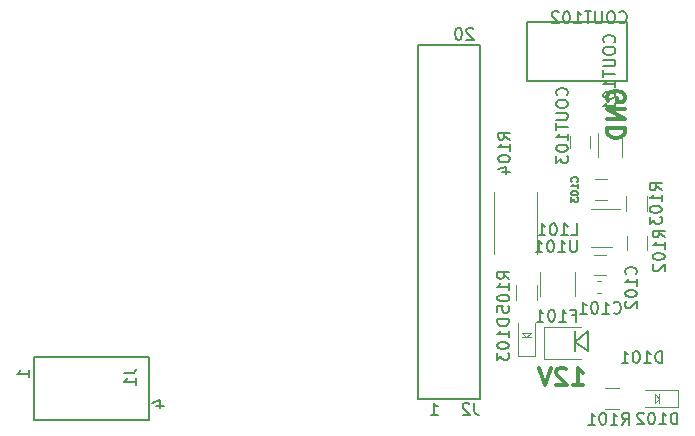
<source format=gbo>
G04 #@! TF.GenerationSoftware,KiCad,Pcbnew,(5.1.4-0-10_14)*
G04 #@! TF.CreationDate,2020-01-14T22:28:18-05:00*
G04 #@! TF.ProjectId,throttle,7468726f-7474-46c6-952e-6b696361645f,rev?*
G04 #@! TF.SameCoordinates,Original*
G04 #@! TF.FileFunction,Legend,Bot*
G04 #@! TF.FilePolarity,Positive*
%FSLAX46Y46*%
G04 Gerber Fmt 4.6, Leading zero omitted, Abs format (unit mm)*
G04 Created by KiCad (PCBNEW (5.1.4-0-10_14)) date 2020-01-14 22:28:18*
%MOMM*%
%LPD*%
G04 APERTURE LIST*
%ADD10C,0.300000*%
%ADD11C,0.150000*%
%ADD12C,0.120000*%
%ADD13C,0.200000*%
%ADD14C,0.100000*%
G04 APERTURE END LIST*
D10*
X125056200Y-68389642D02*
X124984771Y-68246785D01*
X124984771Y-68032500D01*
X125056200Y-67818214D01*
X125199057Y-67675357D01*
X125341914Y-67603928D01*
X125627628Y-67532500D01*
X125841914Y-67532500D01*
X126127628Y-67603928D01*
X126270485Y-67675357D01*
X126413342Y-67818214D01*
X126484771Y-68032500D01*
X126484771Y-68175357D01*
X126413342Y-68389642D01*
X126341914Y-68461071D01*
X125841914Y-68461071D01*
X125841914Y-68175357D01*
X126484771Y-69103928D02*
X124984771Y-69103928D01*
X126484771Y-69961071D01*
X124984771Y-69961071D01*
X126484771Y-70675357D02*
X124984771Y-70675357D01*
X124984771Y-71032500D01*
X125056200Y-71246785D01*
X125199057Y-71389642D01*
X125341914Y-71461071D01*
X125627628Y-71532500D01*
X125841914Y-71532500D01*
X126127628Y-71461071D01*
X126270485Y-71389642D01*
X126413342Y-71246785D01*
X126484771Y-71032500D01*
X126484771Y-70675357D01*
X122124671Y-92486871D02*
X122981814Y-92486871D01*
X122553242Y-92486871D02*
X122553242Y-90986871D01*
X122696100Y-91201157D01*
X122838957Y-91344014D01*
X122981814Y-91415442D01*
X121553242Y-91129728D02*
X121481814Y-91058300D01*
X121338957Y-90986871D01*
X120981814Y-90986871D01*
X120838957Y-91058300D01*
X120767528Y-91129728D01*
X120696100Y-91272585D01*
X120696100Y-91415442D01*
X120767528Y-91629728D01*
X121624671Y-92486871D01*
X120696100Y-92486871D01*
X120267528Y-90986871D02*
X119767528Y-92486871D01*
X119267528Y-90986871D01*
D11*
X118188000Y-66685800D02*
X126688000Y-66685800D01*
X126688000Y-66685800D02*
X126688000Y-61685800D01*
X126688000Y-61685800D02*
X118188000Y-61685800D01*
X118188000Y-61685800D02*
X118188000Y-66685800D01*
D12*
X124003800Y-75048300D02*
X125003800Y-75048300D01*
X125003800Y-76748300D02*
X124003800Y-76748300D01*
X124924300Y-83161800D02*
X123924300Y-83161800D01*
X123924300Y-81461800D02*
X124924300Y-81461800D01*
X124170841Y-84627740D02*
X124496399Y-84627740D01*
X124170841Y-83607740D02*
X124496399Y-83607740D01*
X119277300Y-82899300D02*
X119277300Y-84899300D01*
X122237300Y-84899300D02*
X122237300Y-82899300D01*
X128388000Y-77678800D02*
X128388000Y-76478800D01*
X126628000Y-76478800D02*
X126628000Y-77678800D01*
X126641320Y-79811880D02*
X126641320Y-81011880D01*
X128401320Y-81011880D02*
X128401320Y-79811880D01*
X119066400Y-81340000D02*
X119066400Y-76140000D01*
X115426400Y-76140000D02*
X115426400Y-81340000D01*
X125419000Y-80802500D02*
X123619000Y-80802500D01*
X123619000Y-77582500D02*
X126069000Y-77582500D01*
X126242000Y-71112000D02*
X126242000Y-73112000D01*
X124202000Y-73112000D02*
X124202000Y-71112000D01*
X123532000Y-71366000D02*
X123532000Y-72366000D01*
X121832000Y-72366000D02*
X121832000Y-71366000D01*
D13*
X123389300Y-87915800D02*
X122289300Y-88815800D01*
X123389300Y-89615800D02*
X123389300Y-87915800D01*
X122289300Y-88815800D02*
X123389300Y-89615800D01*
X122289300Y-89615800D02*
X122289300Y-87915800D01*
D12*
X119614300Y-90249300D02*
X119614300Y-87582300D01*
X119614300Y-87582300D02*
X122789300Y-87582300D01*
X119614300Y-90249300D02*
X122789300Y-90249300D01*
D14*
X129396200Y-93951800D02*
X129396200Y-93601800D01*
X129396200Y-93601800D02*
X129396200Y-93251800D01*
X129046200Y-93951800D02*
X129396200Y-93601800D01*
X129046200Y-93901800D02*
X129046200Y-93951800D01*
X129046200Y-93951800D02*
X129046200Y-93901800D01*
X129046200Y-93251800D02*
X129046200Y-93901800D01*
X129096200Y-93301800D02*
X129046200Y-93251800D01*
X129396200Y-93601800D02*
X129096200Y-93301800D01*
D12*
X130996200Y-92901800D02*
X130996200Y-94301800D01*
X130996200Y-94301800D02*
X128196200Y-94301800D01*
X130996200Y-92901800D02*
X128196200Y-92901800D01*
X125996200Y-92721800D02*
X124796200Y-92721800D01*
X124796200Y-94481800D02*
X125996200Y-94481800D01*
D14*
X117810800Y-88414200D02*
X118160800Y-88414200D01*
X118160800Y-88414200D02*
X118510800Y-88414200D01*
X117810800Y-88064200D02*
X118160800Y-88414200D01*
X117860800Y-88064200D02*
X117810800Y-88064200D01*
X117810800Y-88064200D02*
X117860800Y-88064200D01*
X118510800Y-88064200D02*
X117860800Y-88064200D01*
X118460800Y-88114200D02*
X118510800Y-88064200D01*
X118160800Y-88414200D02*
X118460800Y-88114200D01*
D12*
X118860800Y-90014200D02*
X117460800Y-90014200D01*
X117460800Y-90014200D02*
X117460800Y-87214200D01*
X118860800Y-90014200D02*
X118860800Y-87214200D01*
D11*
X86175800Y-90110800D02*
X86175800Y-95410800D01*
X76485800Y-90110800D02*
X76485800Y-95410800D01*
X86175800Y-90110800D02*
X76485800Y-90110800D01*
X86175800Y-95410800D02*
X76485800Y-95410800D01*
X114270000Y-63630000D02*
X114270000Y-93640000D01*
X108970000Y-63630000D02*
X108970000Y-93640000D01*
X108970000Y-93640000D02*
X114270000Y-93640000D01*
X108970000Y-63630000D02*
X114270000Y-63630000D01*
D12*
X117306200Y-84017600D02*
X117306200Y-85217600D01*
X119066200Y-85217600D02*
X119066200Y-84017600D01*
D11*
X126032919Y-61723542D02*
X126080538Y-61771161D01*
X126223395Y-61818780D01*
X126318633Y-61818780D01*
X126461490Y-61771161D01*
X126556728Y-61675923D01*
X126604347Y-61580685D01*
X126651966Y-61390209D01*
X126651966Y-61247352D01*
X126604347Y-61056876D01*
X126556728Y-60961638D01*
X126461490Y-60866400D01*
X126318633Y-60818780D01*
X126223395Y-60818780D01*
X126080538Y-60866400D01*
X126032919Y-60914019D01*
X125413871Y-60818780D02*
X125223395Y-60818780D01*
X125128157Y-60866400D01*
X125032919Y-60961638D01*
X124985300Y-61152114D01*
X124985300Y-61485447D01*
X125032919Y-61675923D01*
X125128157Y-61771161D01*
X125223395Y-61818780D01*
X125413871Y-61818780D01*
X125509109Y-61771161D01*
X125604347Y-61675923D01*
X125651966Y-61485447D01*
X125651966Y-61152114D01*
X125604347Y-60961638D01*
X125509109Y-60866400D01*
X125413871Y-60818780D01*
X124556728Y-60818780D02*
X124556728Y-61628304D01*
X124509109Y-61723542D01*
X124461490Y-61771161D01*
X124366252Y-61818780D01*
X124175776Y-61818780D01*
X124080538Y-61771161D01*
X124032919Y-61723542D01*
X123985300Y-61628304D01*
X123985300Y-60818780D01*
X123651966Y-60818780D02*
X123080538Y-60818780D01*
X123366252Y-61818780D02*
X123366252Y-60818780D01*
X122223395Y-61818780D02*
X122794823Y-61818780D01*
X122509109Y-61818780D02*
X122509109Y-60818780D01*
X122604347Y-60961638D01*
X122699585Y-61056876D01*
X122794823Y-61104495D01*
X121604347Y-60818780D02*
X121509109Y-60818780D01*
X121413871Y-60866400D01*
X121366252Y-60914019D01*
X121318633Y-61009257D01*
X121271014Y-61199733D01*
X121271014Y-61437828D01*
X121318633Y-61628304D01*
X121366252Y-61723542D01*
X121413871Y-61771161D01*
X121509109Y-61818780D01*
X121604347Y-61818780D01*
X121699585Y-61771161D01*
X121747204Y-61723542D01*
X121794823Y-61628304D01*
X121842442Y-61437828D01*
X121842442Y-61199733D01*
X121794823Y-61009257D01*
X121747204Y-60914019D01*
X121699585Y-60866400D01*
X121604347Y-60818780D01*
X120890061Y-60914019D02*
X120842442Y-60866400D01*
X120747204Y-60818780D01*
X120509109Y-60818780D01*
X120413871Y-60866400D01*
X120366252Y-60914019D01*
X120318633Y-61009257D01*
X120318633Y-61104495D01*
X120366252Y-61247352D01*
X120937680Y-61818780D01*
X120318633Y-61818780D01*
X122474085Y-75223671D02*
X122502657Y-75195100D01*
X122531228Y-75109385D01*
X122531228Y-75052242D01*
X122502657Y-74966528D01*
X122445514Y-74909385D01*
X122388371Y-74880814D01*
X122274085Y-74852242D01*
X122188371Y-74852242D01*
X122074085Y-74880814D01*
X122016942Y-74909385D01*
X121959800Y-74966528D01*
X121931228Y-75052242D01*
X121931228Y-75109385D01*
X121959800Y-75195100D01*
X121988371Y-75223671D01*
X122531228Y-75795100D02*
X122531228Y-75452242D01*
X122531228Y-75623671D02*
X121931228Y-75623671D01*
X122016942Y-75566528D01*
X122074085Y-75509385D01*
X122102657Y-75452242D01*
X121931228Y-76166528D02*
X121931228Y-76223671D01*
X121959800Y-76280814D01*
X121988371Y-76309385D01*
X122045514Y-76337957D01*
X122159800Y-76366528D01*
X122302657Y-76366528D01*
X122416942Y-76337957D01*
X122474085Y-76309385D01*
X122502657Y-76280814D01*
X122531228Y-76223671D01*
X122531228Y-76166528D01*
X122502657Y-76109385D01*
X122474085Y-76080814D01*
X122416942Y-76052242D01*
X122302657Y-76023671D01*
X122159800Y-76023671D01*
X122045514Y-76052242D01*
X121988371Y-76080814D01*
X121959800Y-76109385D01*
X121931228Y-76166528D01*
X121931228Y-76566528D02*
X121931228Y-76937957D01*
X122159800Y-76737957D01*
X122159800Y-76823671D01*
X122188371Y-76880814D01*
X122216942Y-76909385D01*
X122274085Y-76937957D01*
X122416942Y-76937957D01*
X122474085Y-76909385D01*
X122502657Y-76880814D01*
X122531228Y-76823671D01*
X122531228Y-76652242D01*
X122502657Y-76595100D01*
X122474085Y-76566528D01*
X127433342Y-83094652D02*
X127480961Y-83047033D01*
X127528580Y-82904176D01*
X127528580Y-82808938D01*
X127480961Y-82666080D01*
X127385723Y-82570842D01*
X127290485Y-82523223D01*
X127100009Y-82475604D01*
X126957152Y-82475604D01*
X126766676Y-82523223D01*
X126671438Y-82570842D01*
X126576200Y-82666080D01*
X126528580Y-82808938D01*
X126528580Y-82904176D01*
X126576200Y-83047033D01*
X126623819Y-83094652D01*
X127528580Y-84047033D02*
X127528580Y-83475604D01*
X127528580Y-83761319D02*
X126528580Y-83761319D01*
X126671438Y-83666080D01*
X126766676Y-83570842D01*
X126814295Y-83475604D01*
X126528580Y-84666080D02*
X126528580Y-84761319D01*
X126576200Y-84856557D01*
X126623819Y-84904176D01*
X126719057Y-84951795D01*
X126909533Y-84999414D01*
X127147628Y-84999414D01*
X127338104Y-84951795D01*
X127433342Y-84904176D01*
X127480961Y-84856557D01*
X127528580Y-84761319D01*
X127528580Y-84666080D01*
X127480961Y-84570842D01*
X127433342Y-84523223D01*
X127338104Y-84475604D01*
X127147628Y-84427985D01*
X126909533Y-84427985D01*
X126719057Y-84475604D01*
X126623819Y-84523223D01*
X126576200Y-84570842D01*
X126528580Y-84666080D01*
X126623819Y-85380366D02*
X126576200Y-85427985D01*
X126528580Y-85523223D01*
X126528580Y-85761319D01*
X126576200Y-85856557D01*
X126623819Y-85904176D01*
X126719057Y-85951795D01*
X126814295Y-85951795D01*
X126957152Y-85904176D01*
X127528580Y-85332747D01*
X127528580Y-85951795D01*
X125553647Y-86323442D02*
X125601266Y-86371061D01*
X125744123Y-86418680D01*
X125839361Y-86418680D01*
X125982219Y-86371061D01*
X126077457Y-86275823D01*
X126125076Y-86180585D01*
X126172695Y-85990109D01*
X126172695Y-85847252D01*
X126125076Y-85656776D01*
X126077457Y-85561538D01*
X125982219Y-85466300D01*
X125839361Y-85418680D01*
X125744123Y-85418680D01*
X125601266Y-85466300D01*
X125553647Y-85513919D01*
X124601266Y-86418680D02*
X125172695Y-86418680D01*
X124886980Y-86418680D02*
X124886980Y-85418680D01*
X124982219Y-85561538D01*
X125077457Y-85656776D01*
X125172695Y-85704395D01*
X123982219Y-85418680D02*
X123886980Y-85418680D01*
X123791742Y-85466300D01*
X123744123Y-85513919D01*
X123696504Y-85609157D01*
X123648885Y-85799633D01*
X123648885Y-86037728D01*
X123696504Y-86228204D01*
X123744123Y-86323442D01*
X123791742Y-86371061D01*
X123886980Y-86418680D01*
X123982219Y-86418680D01*
X124077457Y-86371061D01*
X124125076Y-86323442D01*
X124172695Y-86228204D01*
X124220314Y-86037728D01*
X124220314Y-85799633D01*
X124172695Y-85609157D01*
X124125076Y-85513919D01*
X124077457Y-85466300D01*
X123982219Y-85418680D01*
X122696504Y-86418680D02*
X123267933Y-86418680D01*
X122982219Y-86418680D02*
X122982219Y-85418680D01*
X123077457Y-85561538D01*
X123172695Y-85656776D01*
X123267933Y-85704395D01*
X121986514Y-86555271D02*
X122319847Y-86555271D01*
X122319847Y-87079080D02*
X122319847Y-86079080D01*
X121843657Y-86079080D01*
X120938895Y-87079080D02*
X121510323Y-87079080D01*
X121224609Y-87079080D02*
X121224609Y-86079080D01*
X121319847Y-86221938D01*
X121415085Y-86317176D01*
X121510323Y-86364795D01*
X120319847Y-86079080D02*
X120224609Y-86079080D01*
X120129371Y-86126700D01*
X120081752Y-86174319D01*
X120034133Y-86269557D01*
X119986514Y-86460033D01*
X119986514Y-86698128D01*
X120034133Y-86888604D01*
X120081752Y-86983842D01*
X120129371Y-87031461D01*
X120224609Y-87079080D01*
X120319847Y-87079080D01*
X120415085Y-87031461D01*
X120462704Y-86983842D01*
X120510323Y-86888604D01*
X120557942Y-86698128D01*
X120557942Y-86460033D01*
X120510323Y-86269557D01*
X120462704Y-86174319D01*
X120415085Y-86126700D01*
X120319847Y-86079080D01*
X119034133Y-87079080D02*
X119605561Y-87079080D01*
X119319847Y-87079080D02*
X119319847Y-86079080D01*
X119415085Y-86221938D01*
X119510323Y-86317176D01*
X119605561Y-86364795D01*
X121953847Y-79772480D02*
X122430038Y-79772480D01*
X122430038Y-78772480D01*
X121096704Y-79772480D02*
X121668133Y-79772480D01*
X121382419Y-79772480D02*
X121382419Y-78772480D01*
X121477657Y-78915338D01*
X121572895Y-79010576D01*
X121668133Y-79058195D01*
X120477657Y-78772480D02*
X120382419Y-78772480D01*
X120287180Y-78820100D01*
X120239561Y-78867719D01*
X120191942Y-78962957D01*
X120144323Y-79153433D01*
X120144323Y-79391528D01*
X120191942Y-79582004D01*
X120239561Y-79677242D01*
X120287180Y-79724861D01*
X120382419Y-79772480D01*
X120477657Y-79772480D01*
X120572895Y-79724861D01*
X120620514Y-79677242D01*
X120668133Y-79582004D01*
X120715752Y-79391528D01*
X120715752Y-79153433D01*
X120668133Y-78962957D01*
X120620514Y-78867719D01*
X120572895Y-78820100D01*
X120477657Y-78772480D01*
X119191942Y-79772480D02*
X119763371Y-79772480D01*
X119477657Y-79772480D02*
X119477657Y-78772480D01*
X119572895Y-78915338D01*
X119668133Y-79010576D01*
X119763371Y-79058195D01*
X129598680Y-75957252D02*
X129122490Y-75623919D01*
X129598680Y-75385823D02*
X128598680Y-75385823D01*
X128598680Y-75766776D01*
X128646300Y-75862014D01*
X128693919Y-75909633D01*
X128789157Y-75957252D01*
X128932014Y-75957252D01*
X129027252Y-75909633D01*
X129074871Y-75862014D01*
X129122490Y-75766776D01*
X129122490Y-75385823D01*
X129598680Y-76909633D02*
X129598680Y-76338204D01*
X129598680Y-76623919D02*
X128598680Y-76623919D01*
X128741538Y-76528680D01*
X128836776Y-76433442D01*
X128884395Y-76338204D01*
X128598680Y-77528680D02*
X128598680Y-77623919D01*
X128646300Y-77719157D01*
X128693919Y-77766776D01*
X128789157Y-77814395D01*
X128979633Y-77862014D01*
X129217728Y-77862014D01*
X129408204Y-77814395D01*
X129503442Y-77766776D01*
X129551061Y-77719157D01*
X129598680Y-77623919D01*
X129598680Y-77528680D01*
X129551061Y-77433442D01*
X129503442Y-77385823D01*
X129408204Y-77338204D01*
X129217728Y-77290585D01*
X128979633Y-77290585D01*
X128789157Y-77338204D01*
X128693919Y-77385823D01*
X128646300Y-77433442D01*
X128598680Y-77528680D01*
X128598680Y-78195347D02*
X128598680Y-78814395D01*
X128979633Y-78481061D01*
X128979633Y-78623919D01*
X129027252Y-78719157D01*
X129074871Y-78766776D01*
X129170109Y-78814395D01*
X129408204Y-78814395D01*
X129503442Y-78766776D01*
X129551061Y-78719157D01*
X129598680Y-78623919D01*
X129598680Y-78338204D01*
X129551061Y-78242966D01*
X129503442Y-78195347D01*
X129865380Y-79957752D02*
X129389190Y-79624419D01*
X129865380Y-79386323D02*
X128865380Y-79386323D01*
X128865380Y-79767276D01*
X128913000Y-79862514D01*
X128960619Y-79910133D01*
X129055857Y-79957752D01*
X129198714Y-79957752D01*
X129293952Y-79910133D01*
X129341571Y-79862514D01*
X129389190Y-79767276D01*
X129389190Y-79386323D01*
X129865380Y-80910133D02*
X129865380Y-80338704D01*
X129865380Y-80624419D02*
X128865380Y-80624419D01*
X129008238Y-80529180D01*
X129103476Y-80433942D01*
X129151095Y-80338704D01*
X128865380Y-81529180D02*
X128865380Y-81624419D01*
X128913000Y-81719657D01*
X128960619Y-81767276D01*
X129055857Y-81814895D01*
X129246333Y-81862514D01*
X129484428Y-81862514D01*
X129674904Y-81814895D01*
X129770142Y-81767276D01*
X129817761Y-81719657D01*
X129865380Y-81624419D01*
X129865380Y-81529180D01*
X129817761Y-81433942D01*
X129770142Y-81386323D01*
X129674904Y-81338704D01*
X129484428Y-81291085D01*
X129246333Y-81291085D01*
X129055857Y-81338704D01*
X128960619Y-81386323D01*
X128913000Y-81433942D01*
X128865380Y-81529180D01*
X128960619Y-82243466D02*
X128913000Y-82291085D01*
X128865380Y-82386323D01*
X128865380Y-82624419D01*
X128913000Y-82719657D01*
X128960619Y-82767276D01*
X129055857Y-82814895D01*
X129151095Y-82814895D01*
X129293952Y-82767276D01*
X129865380Y-82195847D01*
X129865380Y-82814895D01*
X116771680Y-71677352D02*
X116295490Y-71344019D01*
X116771680Y-71105923D02*
X115771680Y-71105923D01*
X115771680Y-71486876D01*
X115819300Y-71582114D01*
X115866919Y-71629733D01*
X115962157Y-71677352D01*
X116105014Y-71677352D01*
X116200252Y-71629733D01*
X116247871Y-71582114D01*
X116295490Y-71486876D01*
X116295490Y-71105923D01*
X116771680Y-72629733D02*
X116771680Y-72058304D01*
X116771680Y-72344019D02*
X115771680Y-72344019D01*
X115914538Y-72248780D01*
X116009776Y-72153542D01*
X116057395Y-72058304D01*
X115771680Y-73248780D02*
X115771680Y-73344019D01*
X115819300Y-73439257D01*
X115866919Y-73486876D01*
X115962157Y-73534495D01*
X116152633Y-73582114D01*
X116390728Y-73582114D01*
X116581204Y-73534495D01*
X116676442Y-73486876D01*
X116724061Y-73439257D01*
X116771680Y-73344019D01*
X116771680Y-73248780D01*
X116724061Y-73153542D01*
X116676442Y-73105923D01*
X116581204Y-73058304D01*
X116390728Y-73010685D01*
X116152633Y-73010685D01*
X115962157Y-73058304D01*
X115866919Y-73105923D01*
X115819300Y-73153542D01*
X115771680Y-73248780D01*
X116105014Y-74439257D02*
X116771680Y-74439257D01*
X115724061Y-74201161D02*
X116438347Y-73963066D01*
X116438347Y-74582114D01*
X122424085Y-80197480D02*
X122424085Y-81007004D01*
X122376466Y-81102242D01*
X122328847Y-81149861D01*
X122233609Y-81197480D01*
X122043133Y-81197480D01*
X121947895Y-81149861D01*
X121900276Y-81102242D01*
X121852657Y-81007004D01*
X121852657Y-80197480D01*
X120852657Y-81197480D02*
X121424085Y-81197480D01*
X121138371Y-81197480D02*
X121138371Y-80197480D01*
X121233609Y-80340338D01*
X121328847Y-80435576D01*
X121424085Y-80483195D01*
X120233609Y-80197480D02*
X120138371Y-80197480D01*
X120043133Y-80245100D01*
X119995514Y-80292719D01*
X119947895Y-80387957D01*
X119900276Y-80578433D01*
X119900276Y-80816528D01*
X119947895Y-81007004D01*
X119995514Y-81102242D01*
X120043133Y-81149861D01*
X120138371Y-81197480D01*
X120233609Y-81197480D01*
X120328847Y-81149861D01*
X120376466Y-81102242D01*
X120424085Y-81007004D01*
X120471704Y-80816528D01*
X120471704Y-80578433D01*
X120424085Y-80387957D01*
X120376466Y-80292719D01*
X120328847Y-80245100D01*
X120233609Y-80197480D01*
X118947895Y-81197480D02*
X119519323Y-81197480D01*
X119233609Y-81197480D02*
X119233609Y-80197480D01*
X119328847Y-80340338D01*
X119424085Y-80435576D01*
X119519323Y-80483195D01*
X125580142Y-63437680D02*
X125627761Y-63390061D01*
X125675380Y-63247204D01*
X125675380Y-63151966D01*
X125627761Y-63009109D01*
X125532523Y-62913871D01*
X125437285Y-62866252D01*
X125246809Y-62818633D01*
X125103952Y-62818633D01*
X124913476Y-62866252D01*
X124818238Y-62913871D01*
X124723000Y-63009109D01*
X124675380Y-63151966D01*
X124675380Y-63247204D01*
X124723000Y-63390061D01*
X124770619Y-63437680D01*
X124675380Y-64056728D02*
X124675380Y-64247204D01*
X124723000Y-64342442D01*
X124818238Y-64437680D01*
X125008714Y-64485300D01*
X125342047Y-64485300D01*
X125532523Y-64437680D01*
X125627761Y-64342442D01*
X125675380Y-64247204D01*
X125675380Y-64056728D01*
X125627761Y-63961490D01*
X125532523Y-63866252D01*
X125342047Y-63818633D01*
X125008714Y-63818633D01*
X124818238Y-63866252D01*
X124723000Y-63961490D01*
X124675380Y-64056728D01*
X124675380Y-64913871D02*
X125484904Y-64913871D01*
X125580142Y-64961490D01*
X125627761Y-65009109D01*
X125675380Y-65104347D01*
X125675380Y-65294823D01*
X125627761Y-65390061D01*
X125580142Y-65437680D01*
X125484904Y-65485300D01*
X124675380Y-65485300D01*
X124675380Y-65818633D02*
X124675380Y-66390061D01*
X125675380Y-66104347D02*
X124675380Y-66104347D01*
X125675380Y-67247204D02*
X125675380Y-66675776D01*
X125675380Y-66961490D02*
X124675380Y-66961490D01*
X124818238Y-66866252D01*
X124913476Y-66771014D01*
X124961095Y-66675776D01*
X124675380Y-67866252D02*
X124675380Y-67961490D01*
X124723000Y-68056728D01*
X124770619Y-68104347D01*
X124865857Y-68151966D01*
X125056333Y-68199585D01*
X125294428Y-68199585D01*
X125484904Y-68151966D01*
X125580142Y-68104347D01*
X125627761Y-68056728D01*
X125675380Y-67961490D01*
X125675380Y-67866252D01*
X125627761Y-67771014D01*
X125580142Y-67723395D01*
X125484904Y-67675776D01*
X125294428Y-67628157D01*
X125056333Y-67628157D01*
X124865857Y-67675776D01*
X124770619Y-67723395D01*
X124723000Y-67771014D01*
X124675380Y-67866252D01*
X125675380Y-69151966D02*
X125675380Y-68580538D01*
X125675380Y-68866252D02*
X124675380Y-68866252D01*
X124818238Y-68771014D01*
X124913476Y-68675776D01*
X124961095Y-68580538D01*
X121572942Y-67930980D02*
X121620561Y-67883361D01*
X121668180Y-67740504D01*
X121668180Y-67645266D01*
X121620561Y-67502409D01*
X121525323Y-67407171D01*
X121430085Y-67359552D01*
X121239609Y-67311933D01*
X121096752Y-67311933D01*
X120906276Y-67359552D01*
X120811038Y-67407171D01*
X120715800Y-67502409D01*
X120668180Y-67645266D01*
X120668180Y-67740504D01*
X120715800Y-67883361D01*
X120763419Y-67930980D01*
X120668180Y-68550028D02*
X120668180Y-68740504D01*
X120715800Y-68835742D01*
X120811038Y-68930980D01*
X121001514Y-68978600D01*
X121334847Y-68978600D01*
X121525323Y-68930980D01*
X121620561Y-68835742D01*
X121668180Y-68740504D01*
X121668180Y-68550028D01*
X121620561Y-68454790D01*
X121525323Y-68359552D01*
X121334847Y-68311933D01*
X121001514Y-68311933D01*
X120811038Y-68359552D01*
X120715800Y-68454790D01*
X120668180Y-68550028D01*
X120668180Y-69407171D02*
X121477704Y-69407171D01*
X121572942Y-69454790D01*
X121620561Y-69502409D01*
X121668180Y-69597647D01*
X121668180Y-69788123D01*
X121620561Y-69883361D01*
X121572942Y-69930980D01*
X121477704Y-69978600D01*
X120668180Y-69978600D01*
X120668180Y-70311933D02*
X120668180Y-70883361D01*
X121668180Y-70597647D02*
X120668180Y-70597647D01*
X121668180Y-71740504D02*
X121668180Y-71169076D01*
X121668180Y-71454790D02*
X120668180Y-71454790D01*
X120811038Y-71359552D01*
X120906276Y-71264314D01*
X120953895Y-71169076D01*
X120668180Y-72359552D02*
X120668180Y-72454790D01*
X120715800Y-72550028D01*
X120763419Y-72597647D01*
X120858657Y-72645266D01*
X121049133Y-72692885D01*
X121287228Y-72692885D01*
X121477704Y-72645266D01*
X121572942Y-72597647D01*
X121620561Y-72550028D01*
X121668180Y-72454790D01*
X121668180Y-72359552D01*
X121620561Y-72264314D01*
X121572942Y-72216695D01*
X121477704Y-72169076D01*
X121287228Y-72121457D01*
X121049133Y-72121457D01*
X120858657Y-72169076D01*
X120763419Y-72216695D01*
X120715800Y-72264314D01*
X120668180Y-72359552D01*
X120668180Y-73026219D02*
X120668180Y-73645266D01*
X121049133Y-73311933D01*
X121049133Y-73454790D01*
X121096752Y-73550028D01*
X121144371Y-73597647D01*
X121239609Y-73645266D01*
X121477704Y-73645266D01*
X121572942Y-73597647D01*
X121620561Y-73550028D01*
X121668180Y-73454790D01*
X121668180Y-73169076D01*
X121620561Y-73073838D01*
X121572942Y-73026219D01*
X129642976Y-90584280D02*
X129642976Y-89584280D01*
X129404880Y-89584280D01*
X129262023Y-89631900D01*
X129166785Y-89727138D01*
X129119166Y-89822376D01*
X129071547Y-90012852D01*
X129071547Y-90155709D01*
X129119166Y-90346185D01*
X129166785Y-90441423D01*
X129262023Y-90536661D01*
X129404880Y-90584280D01*
X129642976Y-90584280D01*
X128119166Y-90584280D02*
X128690595Y-90584280D01*
X128404880Y-90584280D02*
X128404880Y-89584280D01*
X128500119Y-89727138D01*
X128595357Y-89822376D01*
X128690595Y-89869995D01*
X127500119Y-89584280D02*
X127404880Y-89584280D01*
X127309642Y-89631900D01*
X127262023Y-89679519D01*
X127214404Y-89774757D01*
X127166785Y-89965233D01*
X127166785Y-90203328D01*
X127214404Y-90393804D01*
X127262023Y-90489042D01*
X127309642Y-90536661D01*
X127404880Y-90584280D01*
X127500119Y-90584280D01*
X127595357Y-90536661D01*
X127642976Y-90489042D01*
X127690595Y-90393804D01*
X127738214Y-90203328D01*
X127738214Y-89965233D01*
X127690595Y-89774757D01*
X127642976Y-89679519D01*
X127595357Y-89631900D01*
X127500119Y-89584280D01*
X126214404Y-90584280D02*
X126785833Y-90584280D01*
X126500119Y-90584280D02*
X126500119Y-89584280D01*
X126595357Y-89727138D01*
X126690595Y-89822376D01*
X126785833Y-89869995D01*
X130951076Y-95791280D02*
X130951076Y-94791280D01*
X130712980Y-94791280D01*
X130570123Y-94838900D01*
X130474885Y-94934138D01*
X130427266Y-95029376D01*
X130379647Y-95219852D01*
X130379647Y-95362709D01*
X130427266Y-95553185D01*
X130474885Y-95648423D01*
X130570123Y-95743661D01*
X130712980Y-95791280D01*
X130951076Y-95791280D01*
X129427266Y-95791280D02*
X129998695Y-95791280D01*
X129712980Y-95791280D02*
X129712980Y-94791280D01*
X129808219Y-94934138D01*
X129903457Y-95029376D01*
X129998695Y-95076995D01*
X128808219Y-94791280D02*
X128712980Y-94791280D01*
X128617742Y-94838900D01*
X128570123Y-94886519D01*
X128522504Y-94981757D01*
X128474885Y-95172233D01*
X128474885Y-95410328D01*
X128522504Y-95600804D01*
X128570123Y-95696042D01*
X128617742Y-95743661D01*
X128712980Y-95791280D01*
X128808219Y-95791280D01*
X128903457Y-95743661D01*
X128951076Y-95696042D01*
X128998695Y-95600804D01*
X129046314Y-95410328D01*
X129046314Y-95172233D01*
X128998695Y-94981757D01*
X128951076Y-94886519D01*
X128903457Y-94838900D01*
X128808219Y-94791280D01*
X128093933Y-94886519D02*
X128046314Y-94838900D01*
X127951076Y-94791280D01*
X127712980Y-94791280D01*
X127617742Y-94838900D01*
X127570123Y-94886519D01*
X127522504Y-94981757D01*
X127522504Y-95076995D01*
X127570123Y-95219852D01*
X128141552Y-95791280D01*
X127522504Y-95791280D01*
X126252147Y-95816680D02*
X126585480Y-95340490D01*
X126823576Y-95816680D02*
X126823576Y-94816680D01*
X126442623Y-94816680D01*
X126347385Y-94864300D01*
X126299766Y-94911919D01*
X126252147Y-95007157D01*
X126252147Y-95150014D01*
X126299766Y-95245252D01*
X126347385Y-95292871D01*
X126442623Y-95340490D01*
X126823576Y-95340490D01*
X125299766Y-95816680D02*
X125871195Y-95816680D01*
X125585480Y-95816680D02*
X125585480Y-94816680D01*
X125680719Y-94959538D01*
X125775957Y-95054776D01*
X125871195Y-95102395D01*
X124680719Y-94816680D02*
X124585480Y-94816680D01*
X124490242Y-94864300D01*
X124442623Y-94911919D01*
X124395004Y-95007157D01*
X124347385Y-95197633D01*
X124347385Y-95435728D01*
X124395004Y-95626204D01*
X124442623Y-95721442D01*
X124490242Y-95769061D01*
X124585480Y-95816680D01*
X124680719Y-95816680D01*
X124775957Y-95769061D01*
X124823576Y-95721442D01*
X124871195Y-95626204D01*
X124918814Y-95435728D01*
X124918814Y-95197633D01*
X124871195Y-95007157D01*
X124823576Y-94911919D01*
X124775957Y-94864300D01*
X124680719Y-94816680D01*
X123395004Y-95816680D02*
X123966433Y-95816680D01*
X123680719Y-95816680D02*
X123680719Y-94816680D01*
X123775957Y-94959538D01*
X123871195Y-95054776D01*
X123966433Y-95102395D01*
X116670080Y-86904723D02*
X115670080Y-86904723D01*
X115670080Y-87142819D01*
X115717700Y-87285676D01*
X115812938Y-87380914D01*
X115908176Y-87428533D01*
X116098652Y-87476152D01*
X116241509Y-87476152D01*
X116431985Y-87428533D01*
X116527223Y-87380914D01*
X116622461Y-87285676D01*
X116670080Y-87142819D01*
X116670080Y-86904723D01*
X116670080Y-88428533D02*
X116670080Y-87857104D01*
X116670080Y-88142819D02*
X115670080Y-88142819D01*
X115812938Y-88047580D01*
X115908176Y-87952342D01*
X115955795Y-87857104D01*
X115670080Y-89047580D02*
X115670080Y-89142819D01*
X115717700Y-89238057D01*
X115765319Y-89285676D01*
X115860557Y-89333295D01*
X116051033Y-89380914D01*
X116289128Y-89380914D01*
X116479604Y-89333295D01*
X116574842Y-89285676D01*
X116622461Y-89238057D01*
X116670080Y-89142819D01*
X116670080Y-89047580D01*
X116622461Y-88952342D01*
X116574842Y-88904723D01*
X116479604Y-88857104D01*
X116289128Y-88809485D01*
X116051033Y-88809485D01*
X115860557Y-88857104D01*
X115765319Y-88904723D01*
X115717700Y-88952342D01*
X115670080Y-89047580D01*
X115670080Y-89714247D02*
X115670080Y-90333295D01*
X116051033Y-89999961D01*
X116051033Y-90142819D01*
X116098652Y-90238057D01*
X116146271Y-90285676D01*
X116241509Y-90333295D01*
X116479604Y-90333295D01*
X116574842Y-90285676D01*
X116622461Y-90238057D01*
X116670080Y-90142819D01*
X116670080Y-89857104D01*
X116622461Y-89761866D01*
X116574842Y-89714247D01*
X84102380Y-91446666D02*
X84816666Y-91446666D01*
X84959523Y-91399047D01*
X85054761Y-91303809D01*
X85102380Y-91160952D01*
X85102380Y-91065714D01*
X85102380Y-92446666D02*
X85102380Y-91875238D01*
X85102380Y-92160952D02*
X84102380Y-92160952D01*
X84245238Y-92065714D01*
X84340476Y-91970476D01*
X84388095Y-91875238D01*
X86831514Y-94221276D02*
X87498180Y-94221276D01*
X86450561Y-93983180D02*
X87164847Y-93745085D01*
X87164847Y-94364133D01*
X76068180Y-91776514D02*
X76068180Y-91205085D01*
X76068180Y-91490800D02*
X75068180Y-91490800D01*
X75211038Y-91395561D01*
X75306276Y-91300323D01*
X75353895Y-91205085D01*
X113757033Y-93965780D02*
X113757033Y-94680066D01*
X113804652Y-94822923D01*
X113899890Y-94918161D01*
X114042747Y-94965780D01*
X114137985Y-94965780D01*
X113328461Y-94061019D02*
X113280842Y-94013400D01*
X113185604Y-93965780D01*
X112947509Y-93965780D01*
X112852271Y-94013400D01*
X112804652Y-94061019D01*
X112757033Y-94156257D01*
X112757033Y-94251495D01*
X112804652Y-94394352D01*
X113376080Y-94965780D01*
X112757033Y-94965780D01*
X110064285Y-94962380D02*
X110635714Y-94962380D01*
X110350000Y-94962380D02*
X110350000Y-93962380D01*
X110445238Y-94105238D01*
X110540476Y-94200476D01*
X110635714Y-94248095D01*
X113651904Y-62307619D02*
X113604285Y-62260000D01*
X113509047Y-62212380D01*
X113270952Y-62212380D01*
X113175714Y-62260000D01*
X113128095Y-62307619D01*
X113080476Y-62402857D01*
X113080476Y-62498095D01*
X113128095Y-62640952D01*
X113699523Y-63212380D01*
X113080476Y-63212380D01*
X112461428Y-62212380D02*
X112366190Y-62212380D01*
X112270952Y-62260000D01*
X112223333Y-62307619D01*
X112175714Y-62402857D01*
X112128095Y-62593333D01*
X112128095Y-62831428D01*
X112175714Y-63021904D01*
X112223333Y-63117142D01*
X112270952Y-63164761D01*
X112366190Y-63212380D01*
X112461428Y-63212380D01*
X112556666Y-63164761D01*
X112604285Y-63117142D01*
X112651904Y-63021904D01*
X112699523Y-62831428D01*
X112699523Y-62593333D01*
X112651904Y-62402857D01*
X112604285Y-62307619D01*
X112556666Y-62260000D01*
X112461428Y-62212380D01*
X116708180Y-83462952D02*
X116231990Y-83129619D01*
X116708180Y-82891523D02*
X115708180Y-82891523D01*
X115708180Y-83272476D01*
X115755800Y-83367714D01*
X115803419Y-83415333D01*
X115898657Y-83462952D01*
X116041514Y-83462952D01*
X116136752Y-83415333D01*
X116184371Y-83367714D01*
X116231990Y-83272476D01*
X116231990Y-82891523D01*
X116708180Y-84415333D02*
X116708180Y-83843904D01*
X116708180Y-84129619D02*
X115708180Y-84129619D01*
X115851038Y-84034380D01*
X115946276Y-83939142D01*
X115993895Y-83843904D01*
X115708180Y-85034380D02*
X115708180Y-85129619D01*
X115755800Y-85224857D01*
X115803419Y-85272476D01*
X115898657Y-85320095D01*
X116089133Y-85367714D01*
X116327228Y-85367714D01*
X116517704Y-85320095D01*
X116612942Y-85272476D01*
X116660561Y-85224857D01*
X116708180Y-85129619D01*
X116708180Y-85034380D01*
X116660561Y-84939142D01*
X116612942Y-84891523D01*
X116517704Y-84843904D01*
X116327228Y-84796285D01*
X116089133Y-84796285D01*
X115898657Y-84843904D01*
X115803419Y-84891523D01*
X115755800Y-84939142D01*
X115708180Y-85034380D01*
X115708180Y-86272476D02*
X115708180Y-85796285D01*
X116184371Y-85748666D01*
X116136752Y-85796285D01*
X116089133Y-85891523D01*
X116089133Y-86129619D01*
X116136752Y-86224857D01*
X116184371Y-86272476D01*
X116279609Y-86320095D01*
X116517704Y-86320095D01*
X116612942Y-86272476D01*
X116660561Y-86224857D01*
X116708180Y-86129619D01*
X116708180Y-85891523D01*
X116660561Y-85796285D01*
X116612942Y-85748666D01*
M02*

</source>
